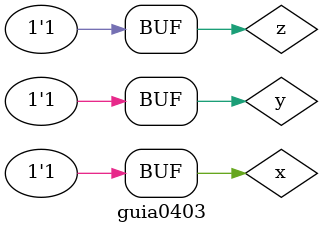
<source format=v>

module SoP (output s, input x, y, z); 
assign s = (~x & ~y & z) | (~x & y & ~z) | (x & y & ~z) | (x & y & z);
endmodule

module guia0403;
reg x, y,z;
wire s;

SoP FXY (s, x, y, z);

initial 
begin: start
x=0; y=0; z=0; 
end

initial 
begin: main

$display("EX0403");
$display("A)");
$display("\n  \n");
 $display("x  y  z =  s");
        $monitor("%2b %2b %2b =  %2b", x, y, z, s);

        #1 x = 0; y = 0; z = 0; 
        #1 x = 0; y = 0; z = 1; 
        #1 x = 0; y = 1; z = 0; 
        #1 x = 0; y = 1; z = 1; 
        #1 x = 1; y = 0; z = 0; 
        #1 x = 1; y = 0; z = 1; 
        #1 x = 1; y = 1; z = 0; 
        #1 x = 1; y = 1; z = 1; 
     
        
end
endmodule 
</source>
